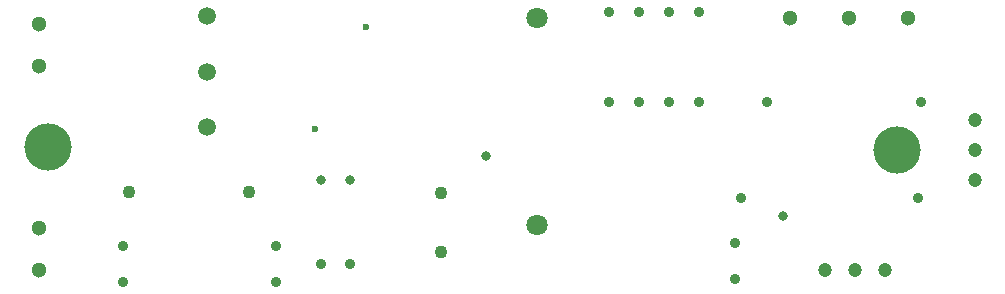
<source format=gbr>
G04 Generated by Ultiboard 14.1 *
%FSLAX34Y34*%
%MOMM*%

%ADD10C,0.0001*%
%ADD11C,4.0000*%
%ADD12C,1.3000*%
%ADD13C,1.2000*%
%ADD14C,0.6000*%
%ADD15C,0.9000*%
%ADD16C,1.1000*%
%ADD17C,1.8000*%
%ADD18C,1.5000*%
%ADD19C,0.8000*%


G04 ColorRGB 000000 for the following layer *
%LNDrill-Copper Top-Copper Bottom*%
%LPD*%
G54D11*
X43180Y134620D03*
X762000Y132080D03*
G54D12*
X35560Y203200D03*
X35560Y238760D03*
X35560Y30480D03*
X35560Y66040D03*
X671360Y243840D03*
X721360Y243840D03*
X771360Y243840D03*
G54D13*
X828040Y106680D03*
X828040Y132080D03*
X828040Y157480D03*
X701040Y30480D03*
X726440Y30480D03*
X751840Y30480D03*
G54D14*
X312420Y236220D03*
X269240Y149860D03*
G54D15*
X624840Y22860D03*
X624840Y53340D03*
X779920Y91440D03*
X629920Y91440D03*
X299320Y35560D03*
X274320Y35560D03*
X236680Y50800D03*
X106680Y50800D03*
X236680Y20320D03*
X106680Y20320D03*
X652320Y172720D03*
X782320Y172720D03*
X518160Y248920D03*
X543560Y248920D03*
X543560Y172720D03*
X568960Y248920D03*
X568960Y172720D03*
X594360Y248920D03*
X594360Y172720D03*
X518160Y172720D03*
G54D16*
X111760Y96520D03*
X213360Y96520D03*
X375920Y95720D03*
X375920Y45720D03*
G54D17*
X457200Y243840D03*
X457200Y67890D03*
G54D18*
X177800Y151120D03*
X177800Y245120D03*
X177800Y198120D03*
G54D19*
X414020Y127000D03*
X665480Y76200D03*
X299320Y106680D03*
X274320Y106680D03*

M02*

</source>
